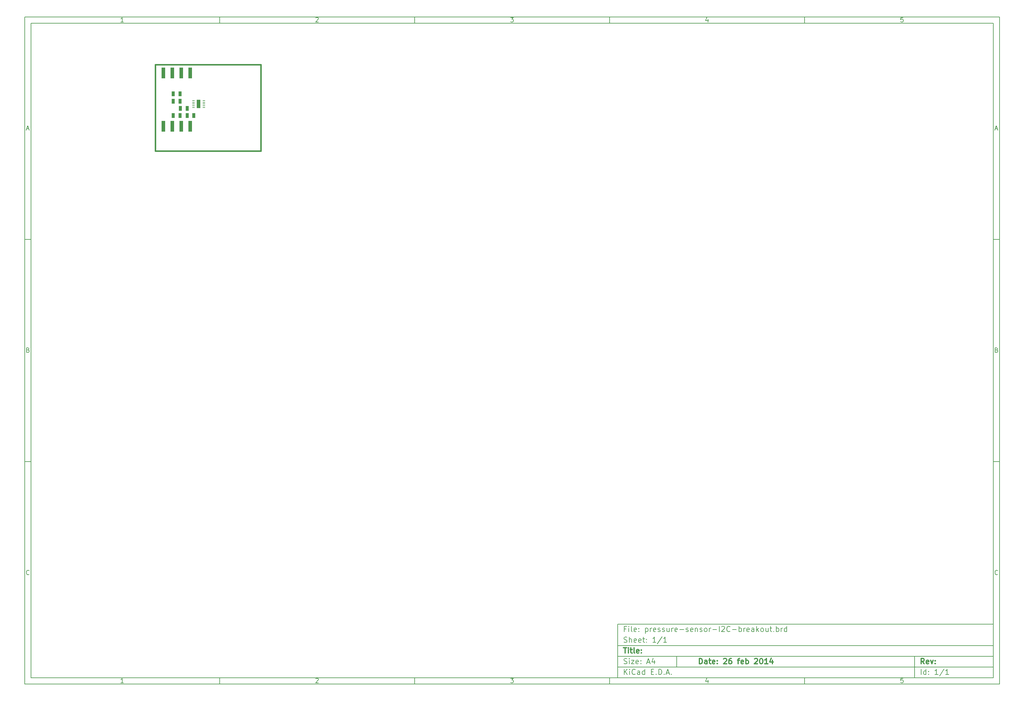
<source format=gtp>
G04 (created by PCBNEW-RS274X (2012-apr-16-27)-stable) date Thu 27 Feb 2014 00:38:27 NZDT*
G01*
G70*
G90*
%MOIN*%
G04 Gerber Fmt 3.4, Leading zero omitted, Abs format*
%FSLAX34Y34*%
G04 APERTURE LIST*
%ADD10C,0.006000*%
%ADD11C,0.012000*%
%ADD12C,0.015000*%
%ADD13R,0.035000X0.055000*%
%ADD14R,0.039300X0.122000*%
%ADD15O,0.031400X0.009800*%
%ADD16R,0.039300X0.093700*%
G04 APERTURE END LIST*
G54D10*
X04000Y-04000D02*
X113000Y-04000D01*
X113000Y-78670D01*
X04000Y-78670D01*
X04000Y-04000D01*
X04700Y-04700D02*
X112300Y-04700D01*
X112300Y-77970D01*
X04700Y-77970D01*
X04700Y-04700D01*
X25800Y-04000D02*
X25800Y-04700D01*
X15043Y-04552D02*
X14757Y-04552D01*
X14900Y-04552D02*
X14900Y-04052D01*
X14852Y-04124D01*
X14805Y-04171D01*
X14757Y-04195D01*
X25800Y-78670D02*
X25800Y-77970D01*
X15043Y-78522D02*
X14757Y-78522D01*
X14900Y-78522D02*
X14900Y-78022D01*
X14852Y-78094D01*
X14805Y-78141D01*
X14757Y-78165D01*
X47600Y-04000D02*
X47600Y-04700D01*
X36557Y-04100D02*
X36581Y-04076D01*
X36629Y-04052D01*
X36748Y-04052D01*
X36795Y-04076D01*
X36819Y-04100D01*
X36843Y-04148D01*
X36843Y-04195D01*
X36819Y-04267D01*
X36533Y-04552D01*
X36843Y-04552D01*
X47600Y-78670D02*
X47600Y-77970D01*
X36557Y-78070D02*
X36581Y-78046D01*
X36629Y-78022D01*
X36748Y-78022D01*
X36795Y-78046D01*
X36819Y-78070D01*
X36843Y-78118D01*
X36843Y-78165D01*
X36819Y-78237D01*
X36533Y-78522D01*
X36843Y-78522D01*
X69400Y-04000D02*
X69400Y-04700D01*
X58333Y-04052D02*
X58643Y-04052D01*
X58476Y-04243D01*
X58548Y-04243D01*
X58595Y-04267D01*
X58619Y-04290D01*
X58643Y-04338D01*
X58643Y-04457D01*
X58619Y-04505D01*
X58595Y-04529D01*
X58548Y-04552D01*
X58405Y-04552D01*
X58357Y-04529D01*
X58333Y-04505D01*
X69400Y-78670D02*
X69400Y-77970D01*
X58333Y-78022D02*
X58643Y-78022D01*
X58476Y-78213D01*
X58548Y-78213D01*
X58595Y-78237D01*
X58619Y-78260D01*
X58643Y-78308D01*
X58643Y-78427D01*
X58619Y-78475D01*
X58595Y-78499D01*
X58548Y-78522D01*
X58405Y-78522D01*
X58357Y-78499D01*
X58333Y-78475D01*
X91200Y-04000D02*
X91200Y-04700D01*
X80395Y-04219D02*
X80395Y-04552D01*
X80276Y-04029D02*
X80157Y-04386D01*
X80467Y-04386D01*
X91200Y-78670D02*
X91200Y-77970D01*
X80395Y-78189D02*
X80395Y-78522D01*
X80276Y-77999D02*
X80157Y-78356D01*
X80467Y-78356D01*
X102219Y-04052D02*
X101981Y-04052D01*
X101957Y-04290D01*
X101981Y-04267D01*
X102029Y-04243D01*
X102148Y-04243D01*
X102195Y-04267D01*
X102219Y-04290D01*
X102243Y-04338D01*
X102243Y-04457D01*
X102219Y-04505D01*
X102195Y-04529D01*
X102148Y-04552D01*
X102029Y-04552D01*
X101981Y-04529D01*
X101957Y-04505D01*
X102219Y-78022D02*
X101981Y-78022D01*
X101957Y-78260D01*
X101981Y-78237D01*
X102029Y-78213D01*
X102148Y-78213D01*
X102195Y-78237D01*
X102219Y-78260D01*
X102243Y-78308D01*
X102243Y-78427D01*
X102219Y-78475D01*
X102195Y-78499D01*
X102148Y-78522D01*
X102029Y-78522D01*
X101981Y-78499D01*
X101957Y-78475D01*
X04000Y-28890D02*
X04700Y-28890D01*
X04231Y-16510D02*
X04469Y-16510D01*
X04184Y-16652D02*
X04350Y-16152D01*
X04517Y-16652D01*
X113000Y-28890D02*
X112300Y-28890D01*
X112531Y-16510D02*
X112769Y-16510D01*
X112484Y-16652D02*
X112650Y-16152D01*
X112817Y-16652D01*
X04000Y-53780D02*
X04700Y-53780D01*
X04386Y-41280D02*
X04457Y-41304D01*
X04481Y-41328D01*
X04505Y-41376D01*
X04505Y-41447D01*
X04481Y-41495D01*
X04457Y-41519D01*
X04410Y-41542D01*
X04219Y-41542D01*
X04219Y-41042D01*
X04386Y-41042D01*
X04433Y-41066D01*
X04457Y-41090D01*
X04481Y-41138D01*
X04481Y-41185D01*
X04457Y-41233D01*
X04433Y-41257D01*
X04386Y-41280D01*
X04219Y-41280D01*
X113000Y-53780D02*
X112300Y-53780D01*
X112686Y-41280D02*
X112757Y-41304D01*
X112781Y-41328D01*
X112805Y-41376D01*
X112805Y-41447D01*
X112781Y-41495D01*
X112757Y-41519D01*
X112710Y-41542D01*
X112519Y-41542D01*
X112519Y-41042D01*
X112686Y-41042D01*
X112733Y-41066D01*
X112757Y-41090D01*
X112781Y-41138D01*
X112781Y-41185D01*
X112757Y-41233D01*
X112733Y-41257D01*
X112686Y-41280D01*
X112519Y-41280D01*
X04505Y-66385D02*
X04481Y-66409D01*
X04410Y-66432D01*
X04362Y-66432D01*
X04290Y-66409D01*
X04243Y-66361D01*
X04219Y-66313D01*
X04195Y-66218D01*
X04195Y-66147D01*
X04219Y-66051D01*
X04243Y-66004D01*
X04290Y-65956D01*
X04362Y-65932D01*
X04410Y-65932D01*
X04481Y-65956D01*
X04505Y-65980D01*
X112805Y-66385D02*
X112781Y-66409D01*
X112710Y-66432D01*
X112662Y-66432D01*
X112590Y-66409D01*
X112543Y-66361D01*
X112519Y-66313D01*
X112495Y-66218D01*
X112495Y-66147D01*
X112519Y-66051D01*
X112543Y-66004D01*
X112590Y-65956D01*
X112662Y-65932D01*
X112710Y-65932D01*
X112781Y-65956D01*
X112805Y-65980D01*
G54D11*
X79443Y-76413D02*
X79443Y-75813D01*
X79586Y-75813D01*
X79671Y-75841D01*
X79729Y-75899D01*
X79757Y-75956D01*
X79786Y-76070D01*
X79786Y-76156D01*
X79757Y-76270D01*
X79729Y-76327D01*
X79671Y-76384D01*
X79586Y-76413D01*
X79443Y-76413D01*
X80300Y-76413D02*
X80300Y-76099D01*
X80271Y-76041D01*
X80214Y-76013D01*
X80100Y-76013D01*
X80043Y-76041D01*
X80300Y-76384D02*
X80243Y-76413D01*
X80100Y-76413D01*
X80043Y-76384D01*
X80014Y-76327D01*
X80014Y-76270D01*
X80043Y-76213D01*
X80100Y-76184D01*
X80243Y-76184D01*
X80300Y-76156D01*
X80500Y-76013D02*
X80729Y-76013D01*
X80586Y-75813D02*
X80586Y-76327D01*
X80614Y-76384D01*
X80672Y-76413D01*
X80729Y-76413D01*
X81157Y-76384D02*
X81100Y-76413D01*
X80986Y-76413D01*
X80929Y-76384D01*
X80900Y-76327D01*
X80900Y-76099D01*
X80929Y-76041D01*
X80986Y-76013D01*
X81100Y-76013D01*
X81157Y-76041D01*
X81186Y-76099D01*
X81186Y-76156D01*
X80900Y-76213D01*
X81443Y-76356D02*
X81471Y-76384D01*
X81443Y-76413D01*
X81414Y-76384D01*
X81443Y-76356D01*
X81443Y-76413D01*
X81443Y-76041D02*
X81471Y-76070D01*
X81443Y-76099D01*
X81414Y-76070D01*
X81443Y-76041D01*
X81443Y-76099D01*
X82157Y-75870D02*
X82186Y-75841D01*
X82243Y-75813D01*
X82386Y-75813D01*
X82443Y-75841D01*
X82472Y-75870D01*
X82500Y-75927D01*
X82500Y-75984D01*
X82472Y-76070D01*
X82129Y-76413D01*
X82500Y-76413D01*
X83014Y-75813D02*
X82900Y-75813D01*
X82843Y-75841D01*
X82814Y-75870D01*
X82757Y-75956D01*
X82728Y-76070D01*
X82728Y-76299D01*
X82757Y-76356D01*
X82785Y-76384D01*
X82843Y-76413D01*
X82957Y-76413D01*
X83014Y-76384D01*
X83043Y-76356D01*
X83071Y-76299D01*
X83071Y-76156D01*
X83043Y-76099D01*
X83014Y-76070D01*
X82957Y-76041D01*
X82843Y-76041D01*
X82785Y-76070D01*
X82757Y-76099D01*
X82728Y-76156D01*
X83699Y-76013D02*
X83928Y-76013D01*
X83785Y-76413D02*
X83785Y-75899D01*
X83813Y-75841D01*
X83871Y-75813D01*
X83928Y-75813D01*
X84356Y-76384D02*
X84299Y-76413D01*
X84185Y-76413D01*
X84128Y-76384D01*
X84099Y-76327D01*
X84099Y-76099D01*
X84128Y-76041D01*
X84185Y-76013D01*
X84299Y-76013D01*
X84356Y-76041D01*
X84385Y-76099D01*
X84385Y-76156D01*
X84099Y-76213D01*
X84642Y-76413D02*
X84642Y-75813D01*
X84642Y-76041D02*
X84699Y-76013D01*
X84813Y-76013D01*
X84870Y-76041D01*
X84899Y-76070D01*
X84928Y-76127D01*
X84928Y-76299D01*
X84899Y-76356D01*
X84870Y-76384D01*
X84813Y-76413D01*
X84699Y-76413D01*
X84642Y-76384D01*
X85613Y-75870D02*
X85642Y-75841D01*
X85699Y-75813D01*
X85842Y-75813D01*
X85899Y-75841D01*
X85928Y-75870D01*
X85956Y-75927D01*
X85956Y-75984D01*
X85928Y-76070D01*
X85585Y-76413D01*
X85956Y-76413D01*
X86327Y-75813D02*
X86384Y-75813D01*
X86441Y-75841D01*
X86470Y-75870D01*
X86499Y-75927D01*
X86527Y-76041D01*
X86527Y-76184D01*
X86499Y-76299D01*
X86470Y-76356D01*
X86441Y-76384D01*
X86384Y-76413D01*
X86327Y-76413D01*
X86270Y-76384D01*
X86241Y-76356D01*
X86213Y-76299D01*
X86184Y-76184D01*
X86184Y-76041D01*
X86213Y-75927D01*
X86241Y-75870D01*
X86270Y-75841D01*
X86327Y-75813D01*
X87098Y-76413D02*
X86755Y-76413D01*
X86927Y-76413D02*
X86927Y-75813D01*
X86870Y-75899D01*
X86812Y-75956D01*
X86755Y-75984D01*
X87612Y-76013D02*
X87612Y-76413D01*
X87469Y-75784D02*
X87326Y-76213D01*
X87698Y-76213D01*
G54D10*
X71043Y-77613D02*
X71043Y-77013D01*
X71386Y-77613D02*
X71129Y-77270D01*
X71386Y-77013D02*
X71043Y-77356D01*
X71643Y-77613D02*
X71643Y-77213D01*
X71643Y-77013D02*
X71614Y-77041D01*
X71643Y-77070D01*
X71671Y-77041D01*
X71643Y-77013D01*
X71643Y-77070D01*
X72272Y-77556D02*
X72243Y-77584D01*
X72157Y-77613D01*
X72100Y-77613D01*
X72015Y-77584D01*
X71957Y-77527D01*
X71929Y-77470D01*
X71900Y-77356D01*
X71900Y-77270D01*
X71929Y-77156D01*
X71957Y-77099D01*
X72015Y-77041D01*
X72100Y-77013D01*
X72157Y-77013D01*
X72243Y-77041D01*
X72272Y-77070D01*
X72786Y-77613D02*
X72786Y-77299D01*
X72757Y-77241D01*
X72700Y-77213D01*
X72586Y-77213D01*
X72529Y-77241D01*
X72786Y-77584D02*
X72729Y-77613D01*
X72586Y-77613D01*
X72529Y-77584D01*
X72500Y-77527D01*
X72500Y-77470D01*
X72529Y-77413D01*
X72586Y-77384D01*
X72729Y-77384D01*
X72786Y-77356D01*
X73329Y-77613D02*
X73329Y-77013D01*
X73329Y-77584D02*
X73272Y-77613D01*
X73158Y-77613D01*
X73100Y-77584D01*
X73072Y-77556D01*
X73043Y-77499D01*
X73043Y-77327D01*
X73072Y-77270D01*
X73100Y-77241D01*
X73158Y-77213D01*
X73272Y-77213D01*
X73329Y-77241D01*
X74072Y-77299D02*
X74272Y-77299D01*
X74358Y-77613D02*
X74072Y-77613D01*
X74072Y-77013D01*
X74358Y-77013D01*
X74615Y-77556D02*
X74643Y-77584D01*
X74615Y-77613D01*
X74586Y-77584D01*
X74615Y-77556D01*
X74615Y-77613D01*
X74901Y-77613D02*
X74901Y-77013D01*
X75044Y-77013D01*
X75129Y-77041D01*
X75187Y-77099D01*
X75215Y-77156D01*
X75244Y-77270D01*
X75244Y-77356D01*
X75215Y-77470D01*
X75187Y-77527D01*
X75129Y-77584D01*
X75044Y-77613D01*
X74901Y-77613D01*
X75501Y-77556D02*
X75529Y-77584D01*
X75501Y-77613D01*
X75472Y-77584D01*
X75501Y-77556D01*
X75501Y-77613D01*
X75758Y-77441D02*
X76044Y-77441D01*
X75701Y-77613D02*
X75901Y-77013D01*
X76101Y-77613D01*
X76301Y-77556D02*
X76329Y-77584D01*
X76301Y-77613D01*
X76272Y-77584D01*
X76301Y-77556D01*
X76301Y-77613D01*
G54D11*
X104586Y-76413D02*
X104386Y-76127D01*
X104243Y-76413D02*
X104243Y-75813D01*
X104471Y-75813D01*
X104529Y-75841D01*
X104557Y-75870D01*
X104586Y-75927D01*
X104586Y-76013D01*
X104557Y-76070D01*
X104529Y-76099D01*
X104471Y-76127D01*
X104243Y-76127D01*
X105071Y-76384D02*
X105014Y-76413D01*
X104900Y-76413D01*
X104843Y-76384D01*
X104814Y-76327D01*
X104814Y-76099D01*
X104843Y-76041D01*
X104900Y-76013D01*
X105014Y-76013D01*
X105071Y-76041D01*
X105100Y-76099D01*
X105100Y-76156D01*
X104814Y-76213D01*
X105300Y-76013D02*
X105443Y-76413D01*
X105585Y-76013D01*
X105814Y-76356D02*
X105842Y-76384D01*
X105814Y-76413D01*
X105785Y-76384D01*
X105814Y-76356D01*
X105814Y-76413D01*
X105814Y-76041D02*
X105842Y-76070D01*
X105814Y-76099D01*
X105785Y-76070D01*
X105814Y-76041D01*
X105814Y-76099D01*
G54D10*
X71014Y-76384D02*
X71100Y-76413D01*
X71243Y-76413D01*
X71300Y-76384D01*
X71329Y-76356D01*
X71357Y-76299D01*
X71357Y-76241D01*
X71329Y-76184D01*
X71300Y-76156D01*
X71243Y-76127D01*
X71129Y-76099D01*
X71071Y-76070D01*
X71043Y-76041D01*
X71014Y-75984D01*
X71014Y-75927D01*
X71043Y-75870D01*
X71071Y-75841D01*
X71129Y-75813D01*
X71271Y-75813D01*
X71357Y-75841D01*
X71614Y-76413D02*
X71614Y-76013D01*
X71614Y-75813D02*
X71585Y-75841D01*
X71614Y-75870D01*
X71642Y-75841D01*
X71614Y-75813D01*
X71614Y-75870D01*
X71843Y-76013D02*
X72157Y-76013D01*
X71843Y-76413D01*
X72157Y-76413D01*
X72614Y-76384D02*
X72557Y-76413D01*
X72443Y-76413D01*
X72386Y-76384D01*
X72357Y-76327D01*
X72357Y-76099D01*
X72386Y-76041D01*
X72443Y-76013D01*
X72557Y-76013D01*
X72614Y-76041D01*
X72643Y-76099D01*
X72643Y-76156D01*
X72357Y-76213D01*
X72900Y-76356D02*
X72928Y-76384D01*
X72900Y-76413D01*
X72871Y-76384D01*
X72900Y-76356D01*
X72900Y-76413D01*
X72900Y-76041D02*
X72928Y-76070D01*
X72900Y-76099D01*
X72871Y-76070D01*
X72900Y-76041D01*
X72900Y-76099D01*
X73614Y-76241D02*
X73900Y-76241D01*
X73557Y-76413D02*
X73757Y-75813D01*
X73957Y-76413D01*
X74414Y-76013D02*
X74414Y-76413D01*
X74271Y-75784D02*
X74128Y-76213D01*
X74500Y-76213D01*
X104243Y-77613D02*
X104243Y-77013D01*
X104786Y-77613D02*
X104786Y-77013D01*
X104786Y-77584D02*
X104729Y-77613D01*
X104615Y-77613D01*
X104557Y-77584D01*
X104529Y-77556D01*
X104500Y-77499D01*
X104500Y-77327D01*
X104529Y-77270D01*
X104557Y-77241D01*
X104615Y-77213D01*
X104729Y-77213D01*
X104786Y-77241D01*
X105072Y-77556D02*
X105100Y-77584D01*
X105072Y-77613D01*
X105043Y-77584D01*
X105072Y-77556D01*
X105072Y-77613D01*
X105072Y-77241D02*
X105100Y-77270D01*
X105072Y-77299D01*
X105043Y-77270D01*
X105072Y-77241D01*
X105072Y-77299D01*
X106129Y-77613D02*
X105786Y-77613D01*
X105958Y-77613D02*
X105958Y-77013D01*
X105901Y-77099D01*
X105843Y-77156D01*
X105786Y-77184D01*
X106814Y-76984D02*
X106300Y-77756D01*
X107329Y-77613D02*
X106986Y-77613D01*
X107158Y-77613D02*
X107158Y-77013D01*
X107101Y-77099D01*
X107043Y-77156D01*
X106986Y-77184D01*
G54D11*
X70957Y-74613D02*
X71300Y-74613D01*
X71129Y-75213D02*
X71129Y-74613D01*
X71500Y-75213D02*
X71500Y-74813D01*
X71500Y-74613D02*
X71471Y-74641D01*
X71500Y-74670D01*
X71528Y-74641D01*
X71500Y-74613D01*
X71500Y-74670D01*
X71700Y-74813D02*
X71929Y-74813D01*
X71786Y-74613D02*
X71786Y-75127D01*
X71814Y-75184D01*
X71872Y-75213D01*
X71929Y-75213D01*
X72215Y-75213D02*
X72157Y-75184D01*
X72129Y-75127D01*
X72129Y-74613D01*
X72671Y-75184D02*
X72614Y-75213D01*
X72500Y-75213D01*
X72443Y-75184D01*
X72414Y-75127D01*
X72414Y-74899D01*
X72443Y-74841D01*
X72500Y-74813D01*
X72614Y-74813D01*
X72671Y-74841D01*
X72700Y-74899D01*
X72700Y-74956D01*
X72414Y-75013D01*
X72957Y-75156D02*
X72985Y-75184D01*
X72957Y-75213D01*
X72928Y-75184D01*
X72957Y-75156D01*
X72957Y-75213D01*
X72957Y-74841D02*
X72985Y-74870D01*
X72957Y-74899D01*
X72928Y-74870D01*
X72957Y-74841D01*
X72957Y-74899D01*
G54D10*
X71243Y-72499D02*
X71043Y-72499D01*
X71043Y-72813D02*
X71043Y-72213D01*
X71329Y-72213D01*
X71557Y-72813D02*
X71557Y-72413D01*
X71557Y-72213D02*
X71528Y-72241D01*
X71557Y-72270D01*
X71585Y-72241D01*
X71557Y-72213D01*
X71557Y-72270D01*
X71929Y-72813D02*
X71871Y-72784D01*
X71843Y-72727D01*
X71843Y-72213D01*
X72385Y-72784D02*
X72328Y-72813D01*
X72214Y-72813D01*
X72157Y-72784D01*
X72128Y-72727D01*
X72128Y-72499D01*
X72157Y-72441D01*
X72214Y-72413D01*
X72328Y-72413D01*
X72385Y-72441D01*
X72414Y-72499D01*
X72414Y-72556D01*
X72128Y-72613D01*
X72671Y-72756D02*
X72699Y-72784D01*
X72671Y-72813D01*
X72642Y-72784D01*
X72671Y-72756D01*
X72671Y-72813D01*
X72671Y-72441D02*
X72699Y-72470D01*
X72671Y-72499D01*
X72642Y-72470D01*
X72671Y-72441D01*
X72671Y-72499D01*
X73414Y-72413D02*
X73414Y-73013D01*
X73414Y-72441D02*
X73471Y-72413D01*
X73585Y-72413D01*
X73642Y-72441D01*
X73671Y-72470D01*
X73700Y-72527D01*
X73700Y-72699D01*
X73671Y-72756D01*
X73642Y-72784D01*
X73585Y-72813D01*
X73471Y-72813D01*
X73414Y-72784D01*
X73957Y-72813D02*
X73957Y-72413D01*
X73957Y-72527D02*
X73985Y-72470D01*
X74014Y-72441D01*
X74071Y-72413D01*
X74128Y-72413D01*
X74556Y-72784D02*
X74499Y-72813D01*
X74385Y-72813D01*
X74328Y-72784D01*
X74299Y-72727D01*
X74299Y-72499D01*
X74328Y-72441D01*
X74385Y-72413D01*
X74499Y-72413D01*
X74556Y-72441D01*
X74585Y-72499D01*
X74585Y-72556D01*
X74299Y-72613D01*
X74813Y-72784D02*
X74870Y-72813D01*
X74985Y-72813D01*
X75042Y-72784D01*
X75070Y-72727D01*
X75070Y-72699D01*
X75042Y-72641D01*
X74985Y-72613D01*
X74899Y-72613D01*
X74842Y-72584D01*
X74813Y-72527D01*
X74813Y-72499D01*
X74842Y-72441D01*
X74899Y-72413D01*
X74985Y-72413D01*
X75042Y-72441D01*
X75299Y-72784D02*
X75356Y-72813D01*
X75471Y-72813D01*
X75528Y-72784D01*
X75556Y-72727D01*
X75556Y-72699D01*
X75528Y-72641D01*
X75471Y-72613D01*
X75385Y-72613D01*
X75328Y-72584D01*
X75299Y-72527D01*
X75299Y-72499D01*
X75328Y-72441D01*
X75385Y-72413D01*
X75471Y-72413D01*
X75528Y-72441D01*
X76071Y-72413D02*
X76071Y-72813D01*
X75814Y-72413D02*
X75814Y-72727D01*
X75842Y-72784D01*
X75900Y-72813D01*
X75985Y-72813D01*
X76042Y-72784D01*
X76071Y-72756D01*
X76357Y-72813D02*
X76357Y-72413D01*
X76357Y-72527D02*
X76385Y-72470D01*
X76414Y-72441D01*
X76471Y-72413D01*
X76528Y-72413D01*
X76956Y-72784D02*
X76899Y-72813D01*
X76785Y-72813D01*
X76728Y-72784D01*
X76699Y-72727D01*
X76699Y-72499D01*
X76728Y-72441D01*
X76785Y-72413D01*
X76899Y-72413D01*
X76956Y-72441D01*
X76985Y-72499D01*
X76985Y-72556D01*
X76699Y-72613D01*
X77242Y-72584D02*
X77699Y-72584D01*
X77956Y-72784D02*
X78013Y-72813D01*
X78128Y-72813D01*
X78185Y-72784D01*
X78213Y-72727D01*
X78213Y-72699D01*
X78185Y-72641D01*
X78128Y-72613D01*
X78042Y-72613D01*
X77985Y-72584D01*
X77956Y-72527D01*
X77956Y-72499D01*
X77985Y-72441D01*
X78042Y-72413D01*
X78128Y-72413D01*
X78185Y-72441D01*
X78699Y-72784D02*
X78642Y-72813D01*
X78528Y-72813D01*
X78471Y-72784D01*
X78442Y-72727D01*
X78442Y-72499D01*
X78471Y-72441D01*
X78528Y-72413D01*
X78642Y-72413D01*
X78699Y-72441D01*
X78728Y-72499D01*
X78728Y-72556D01*
X78442Y-72613D01*
X78985Y-72413D02*
X78985Y-72813D01*
X78985Y-72470D02*
X79013Y-72441D01*
X79071Y-72413D01*
X79156Y-72413D01*
X79213Y-72441D01*
X79242Y-72499D01*
X79242Y-72813D01*
X79499Y-72784D02*
X79556Y-72813D01*
X79671Y-72813D01*
X79728Y-72784D01*
X79756Y-72727D01*
X79756Y-72699D01*
X79728Y-72641D01*
X79671Y-72613D01*
X79585Y-72613D01*
X79528Y-72584D01*
X79499Y-72527D01*
X79499Y-72499D01*
X79528Y-72441D01*
X79585Y-72413D01*
X79671Y-72413D01*
X79728Y-72441D01*
X80100Y-72813D02*
X80042Y-72784D01*
X80014Y-72756D01*
X79985Y-72699D01*
X79985Y-72527D01*
X80014Y-72470D01*
X80042Y-72441D01*
X80100Y-72413D01*
X80185Y-72413D01*
X80242Y-72441D01*
X80271Y-72470D01*
X80300Y-72527D01*
X80300Y-72699D01*
X80271Y-72756D01*
X80242Y-72784D01*
X80185Y-72813D01*
X80100Y-72813D01*
X80557Y-72813D02*
X80557Y-72413D01*
X80557Y-72527D02*
X80585Y-72470D01*
X80614Y-72441D01*
X80671Y-72413D01*
X80728Y-72413D01*
X80928Y-72584D02*
X81385Y-72584D01*
X81671Y-72813D02*
X81671Y-72213D01*
X81928Y-72270D02*
X81957Y-72241D01*
X82014Y-72213D01*
X82157Y-72213D01*
X82214Y-72241D01*
X82243Y-72270D01*
X82271Y-72327D01*
X82271Y-72384D01*
X82243Y-72470D01*
X81900Y-72813D01*
X82271Y-72813D01*
X82871Y-72756D02*
X82842Y-72784D01*
X82756Y-72813D01*
X82699Y-72813D01*
X82614Y-72784D01*
X82556Y-72727D01*
X82528Y-72670D01*
X82499Y-72556D01*
X82499Y-72470D01*
X82528Y-72356D01*
X82556Y-72299D01*
X82614Y-72241D01*
X82699Y-72213D01*
X82756Y-72213D01*
X82842Y-72241D01*
X82871Y-72270D01*
X83128Y-72584D02*
X83585Y-72584D01*
X83871Y-72813D02*
X83871Y-72213D01*
X83871Y-72441D02*
X83928Y-72413D01*
X84042Y-72413D01*
X84099Y-72441D01*
X84128Y-72470D01*
X84157Y-72527D01*
X84157Y-72699D01*
X84128Y-72756D01*
X84099Y-72784D01*
X84042Y-72813D01*
X83928Y-72813D01*
X83871Y-72784D01*
X84414Y-72813D02*
X84414Y-72413D01*
X84414Y-72527D02*
X84442Y-72470D01*
X84471Y-72441D01*
X84528Y-72413D01*
X84585Y-72413D01*
X85013Y-72784D02*
X84956Y-72813D01*
X84842Y-72813D01*
X84785Y-72784D01*
X84756Y-72727D01*
X84756Y-72499D01*
X84785Y-72441D01*
X84842Y-72413D01*
X84956Y-72413D01*
X85013Y-72441D01*
X85042Y-72499D01*
X85042Y-72556D01*
X84756Y-72613D01*
X85556Y-72813D02*
X85556Y-72499D01*
X85527Y-72441D01*
X85470Y-72413D01*
X85356Y-72413D01*
X85299Y-72441D01*
X85556Y-72784D02*
X85499Y-72813D01*
X85356Y-72813D01*
X85299Y-72784D01*
X85270Y-72727D01*
X85270Y-72670D01*
X85299Y-72613D01*
X85356Y-72584D01*
X85499Y-72584D01*
X85556Y-72556D01*
X85842Y-72813D02*
X85842Y-72213D01*
X85899Y-72584D02*
X86070Y-72813D01*
X86070Y-72413D02*
X85842Y-72641D01*
X86414Y-72813D02*
X86356Y-72784D01*
X86328Y-72756D01*
X86299Y-72699D01*
X86299Y-72527D01*
X86328Y-72470D01*
X86356Y-72441D01*
X86414Y-72413D01*
X86499Y-72413D01*
X86556Y-72441D01*
X86585Y-72470D01*
X86614Y-72527D01*
X86614Y-72699D01*
X86585Y-72756D01*
X86556Y-72784D01*
X86499Y-72813D01*
X86414Y-72813D01*
X87128Y-72413D02*
X87128Y-72813D01*
X86871Y-72413D02*
X86871Y-72727D01*
X86899Y-72784D01*
X86957Y-72813D01*
X87042Y-72813D01*
X87099Y-72784D01*
X87128Y-72756D01*
X87328Y-72413D02*
X87557Y-72413D01*
X87414Y-72213D02*
X87414Y-72727D01*
X87442Y-72784D01*
X87500Y-72813D01*
X87557Y-72813D01*
X87757Y-72756D02*
X87785Y-72784D01*
X87757Y-72813D01*
X87728Y-72784D01*
X87757Y-72756D01*
X87757Y-72813D01*
X88043Y-72813D02*
X88043Y-72213D01*
X88043Y-72441D02*
X88100Y-72413D01*
X88214Y-72413D01*
X88271Y-72441D01*
X88300Y-72470D01*
X88329Y-72527D01*
X88329Y-72699D01*
X88300Y-72756D01*
X88271Y-72784D01*
X88214Y-72813D01*
X88100Y-72813D01*
X88043Y-72784D01*
X88586Y-72813D02*
X88586Y-72413D01*
X88586Y-72527D02*
X88614Y-72470D01*
X88643Y-72441D01*
X88700Y-72413D01*
X88757Y-72413D01*
X89214Y-72813D02*
X89214Y-72213D01*
X89214Y-72784D02*
X89157Y-72813D01*
X89043Y-72813D01*
X88985Y-72784D01*
X88957Y-72756D01*
X88928Y-72699D01*
X88928Y-72527D01*
X88957Y-72470D01*
X88985Y-72441D01*
X89043Y-72413D01*
X89157Y-72413D01*
X89214Y-72441D01*
X71014Y-73984D02*
X71100Y-74013D01*
X71243Y-74013D01*
X71300Y-73984D01*
X71329Y-73956D01*
X71357Y-73899D01*
X71357Y-73841D01*
X71329Y-73784D01*
X71300Y-73756D01*
X71243Y-73727D01*
X71129Y-73699D01*
X71071Y-73670D01*
X71043Y-73641D01*
X71014Y-73584D01*
X71014Y-73527D01*
X71043Y-73470D01*
X71071Y-73441D01*
X71129Y-73413D01*
X71271Y-73413D01*
X71357Y-73441D01*
X71614Y-74013D02*
X71614Y-73413D01*
X71871Y-74013D02*
X71871Y-73699D01*
X71842Y-73641D01*
X71785Y-73613D01*
X71700Y-73613D01*
X71642Y-73641D01*
X71614Y-73670D01*
X72385Y-73984D02*
X72328Y-74013D01*
X72214Y-74013D01*
X72157Y-73984D01*
X72128Y-73927D01*
X72128Y-73699D01*
X72157Y-73641D01*
X72214Y-73613D01*
X72328Y-73613D01*
X72385Y-73641D01*
X72414Y-73699D01*
X72414Y-73756D01*
X72128Y-73813D01*
X72899Y-73984D02*
X72842Y-74013D01*
X72728Y-74013D01*
X72671Y-73984D01*
X72642Y-73927D01*
X72642Y-73699D01*
X72671Y-73641D01*
X72728Y-73613D01*
X72842Y-73613D01*
X72899Y-73641D01*
X72928Y-73699D01*
X72928Y-73756D01*
X72642Y-73813D01*
X73099Y-73613D02*
X73328Y-73613D01*
X73185Y-73413D02*
X73185Y-73927D01*
X73213Y-73984D01*
X73271Y-74013D01*
X73328Y-74013D01*
X73528Y-73956D02*
X73556Y-73984D01*
X73528Y-74013D01*
X73499Y-73984D01*
X73528Y-73956D01*
X73528Y-74013D01*
X73528Y-73641D02*
X73556Y-73670D01*
X73528Y-73699D01*
X73499Y-73670D01*
X73528Y-73641D01*
X73528Y-73699D01*
X74585Y-74013D02*
X74242Y-74013D01*
X74414Y-74013D02*
X74414Y-73413D01*
X74357Y-73499D01*
X74299Y-73556D01*
X74242Y-73584D01*
X75270Y-73384D02*
X74756Y-74156D01*
X75785Y-74013D02*
X75442Y-74013D01*
X75614Y-74013D02*
X75614Y-73413D01*
X75557Y-73499D01*
X75499Y-73556D01*
X75442Y-73584D01*
X70300Y-71970D02*
X70300Y-77970D01*
X70300Y-71970D02*
X112300Y-71970D01*
X70300Y-71970D02*
X112300Y-71970D01*
X70300Y-74370D02*
X112300Y-74370D01*
X103500Y-75570D02*
X103500Y-77970D01*
X70300Y-76770D02*
X112300Y-76770D01*
X70300Y-75570D02*
X112300Y-75570D01*
X76900Y-75570D02*
X76900Y-76770D01*
G54D12*
X30400Y-09350D02*
X18600Y-09350D01*
X30400Y-18950D02*
X30400Y-09350D01*
X18600Y-19000D02*
X30400Y-19000D01*
X18600Y-09350D02*
X18600Y-19000D01*
G54D13*
X20625Y-12600D03*
X21375Y-12600D03*
X22175Y-14250D03*
X21425Y-14250D03*
X20625Y-15050D03*
X21375Y-15050D03*
X20625Y-13450D03*
X21375Y-13450D03*
X22925Y-15050D03*
X22175Y-15050D03*
G54D14*
X19501Y-16223D03*
X20501Y-16223D03*
X21499Y-16223D03*
X22499Y-16223D03*
X22499Y-10277D03*
X21499Y-10277D03*
X20501Y-10277D03*
X19501Y-10277D03*
G54D15*
X22860Y-13357D03*
X22860Y-13554D03*
X22860Y-13750D03*
X22860Y-13946D03*
X22860Y-14143D03*
X24040Y-14143D03*
X24040Y-13946D03*
X24040Y-13750D03*
X24040Y-13554D03*
X24040Y-13357D03*
G54D16*
X23450Y-13750D03*
M02*

</source>
